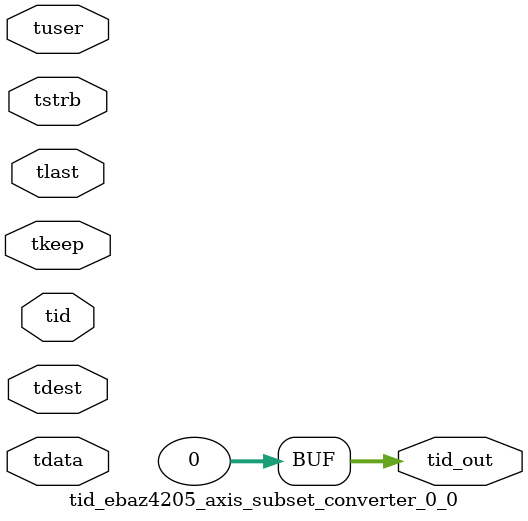
<source format=v>


`timescale 1ps/1ps

module tid_ebaz4205_axis_subset_converter_0_0 #
(
parameter C_S_AXIS_TID_WIDTH   = 1,
parameter C_S_AXIS_TUSER_WIDTH = 0,
parameter C_S_AXIS_TDATA_WIDTH = 0,
parameter C_S_AXIS_TDEST_WIDTH = 0,
parameter C_M_AXIS_TID_WIDTH   = 32
)
(
input  [(C_S_AXIS_TID_WIDTH   == 0 ? 1 : C_S_AXIS_TID_WIDTH)-1:0       ] tid,
input  [(C_S_AXIS_TDATA_WIDTH == 0 ? 1 : C_S_AXIS_TDATA_WIDTH)-1:0     ] tdata,
input  [(C_S_AXIS_TUSER_WIDTH == 0 ? 1 : C_S_AXIS_TUSER_WIDTH)-1:0     ] tuser,
input  [(C_S_AXIS_TDEST_WIDTH == 0 ? 1 : C_S_AXIS_TDEST_WIDTH)-1:0     ] tdest,
input  [(C_S_AXIS_TDATA_WIDTH/8)-1:0 ] tkeep,
input  [(C_S_AXIS_TDATA_WIDTH/8)-1:0 ] tstrb,
input                                                                    tlast,
output [(C_M_AXIS_TID_WIDTH   == 0 ? 1 : C_M_AXIS_TID_WIDTH)-1:0       ] tid_out
);

assign tid_out = {1'b0};

endmodule


</source>
